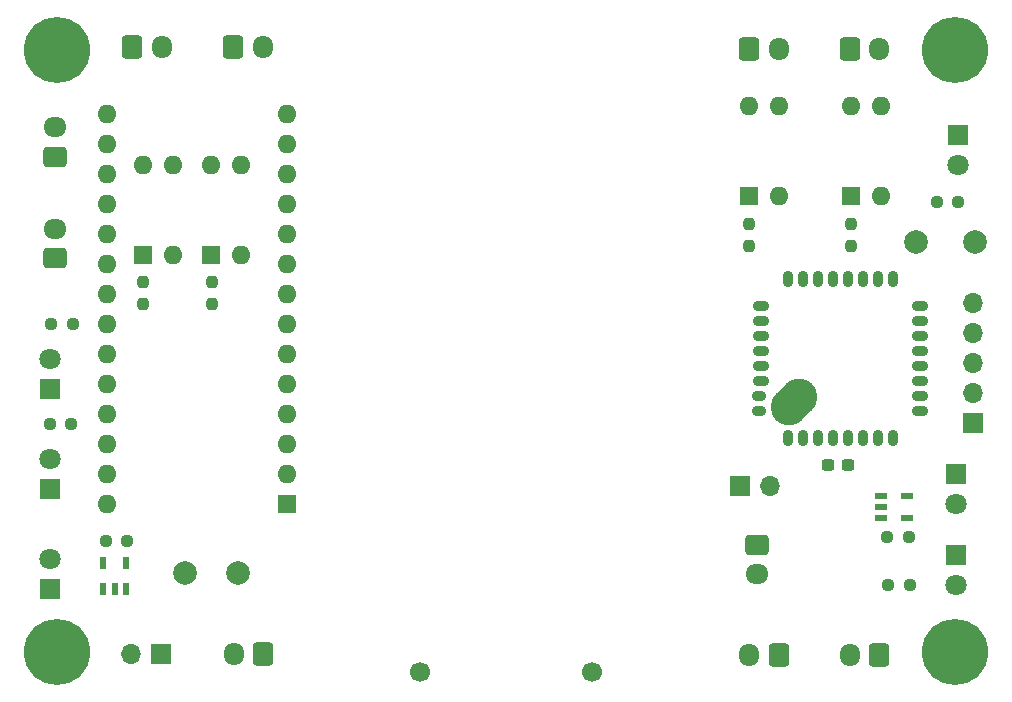
<source format=gbr>
%TF.GenerationSoftware,KiCad,Pcbnew,8.0.9-8.0.9-0~ubuntu22.04.1*%
%TF.CreationDate,2025-11-06T16:29:17+09:00*%
%TF.ProjectId,TweliteEmergencyStop,5477656c-6974-4654-956d-657267656e63,rev?*%
%TF.SameCoordinates,Original*%
%TF.FileFunction,Soldermask,Top*%
%TF.FilePolarity,Negative*%
%FSLAX46Y46*%
G04 Gerber Fmt 4.6, Leading zero omitted, Abs format (unit mm)*
G04 Created by KiCad (PCBNEW 8.0.9-8.0.9-0~ubuntu22.04.1) date 2025-11-06 16:29:17*
%MOMM*%
%LPD*%
G01*
G04 APERTURE LIST*
G04 Aperture macros list*
%AMRoundRect*
0 Rectangle with rounded corners*
0 $1 Rounding radius*
0 $2 $3 $4 $5 $6 $7 $8 $9 X,Y pos of 4 corners*
0 Add a 4 corners polygon primitive as box body*
4,1,4,$2,$3,$4,$5,$6,$7,$8,$9,$2,$3,0*
0 Add four circle primitives for the rounded corners*
1,1,$1+$1,$2,$3*
1,1,$1+$1,$4,$5*
1,1,$1+$1,$6,$7*
1,1,$1+$1,$8,$9*
0 Add four rect primitives between the rounded corners*
20,1,$1+$1,$2,$3,$4,$5,0*
20,1,$1+$1,$4,$5,$6,$7,0*
20,1,$1+$1,$6,$7,$8,$9,0*
20,1,$1+$1,$8,$9,$2,$3,0*%
%AMHorizOval*
0 Thick line with rounded ends*
0 $1 width*
0 $2 $3 position (X,Y) of the first rounded end (center of the circle)*
0 $4 $5 position (X,Y) of the second rounded end (center of the circle)*
0 Add line between two ends*
20,1,$1,$2,$3,$4,$5,0*
0 Add two circle primitives to create the rounded ends*
1,1,$1,$2,$3*
1,1,$1,$4,$5*%
G04 Aperture macros list end*
%ADD10RoundRect,0.250000X-0.600000X-0.725000X0.600000X-0.725000X0.600000X0.725000X-0.600000X0.725000X0*%
%ADD11O,1.700000X1.950000*%
%ADD12R,1.700000X1.700000*%
%ADD13O,1.700000X1.700000*%
%ADD14R,1.000000X0.600000*%
%ADD15RoundRect,0.250000X0.725000X-0.600000X0.725000X0.600000X-0.725000X0.600000X-0.725000X-0.600000X0*%
%ADD16O,1.950000X1.700000*%
%ADD17RoundRect,0.237500X-0.250000X-0.237500X0.250000X-0.237500X0.250000X0.237500X-0.250000X0.237500X0*%
%ADD18C,2.000000*%
%ADD19R,1.600000X1.600000*%
%ADD20O,1.600000X1.600000*%
%ADD21RoundRect,0.250000X0.600000X0.725000X-0.600000X0.725000X-0.600000X-0.725000X0.600000X-0.725000X0*%
%ADD22R,0.600000X1.000000*%
%ADD23RoundRect,0.237500X-0.237500X0.250000X-0.237500X-0.250000X0.237500X-0.250000X0.237500X0.250000X0*%
%ADD24C,1.700000*%
%ADD25C,5.600000*%
%ADD26R,1.800000X1.800000*%
%ADD27C,1.800000*%
%ADD28RoundRect,0.237500X0.250000X0.237500X-0.250000X0.237500X-0.250000X-0.237500X0.250000X-0.237500X0*%
%ADD29RoundRect,0.250000X-0.725000X0.600000X-0.725000X-0.600000X0.725000X-0.600000X0.725000X0.600000X0*%
%ADD30RoundRect,0.237500X0.300000X0.237500X-0.300000X0.237500X-0.300000X-0.237500X0.300000X-0.237500X0*%
%ADD31HorizOval,3.100000X0.424264X0.424264X-0.424264X-0.424264X0*%
%ADD32O,0.900000X1.400000*%
%ADD33O,1.400000X0.900000*%
%ADD34O,1.200000X0.900000*%
G04 APERTURE END LIST*
D10*
%TO.C,OUT1*%
X170544000Y-41456000D03*
D11*
X173044000Y-41456000D03*
%TD*%
D12*
%TO.C,J2*%
X164448000Y-92774000D03*
D13*
X161908000Y-92774000D03*
%TD*%
D14*
%TO.C,U8*%
X225408000Y-79434000D03*
X225408000Y-80383708D03*
X225408000Y-81333670D03*
X227608152Y-81333924D03*
X227608152Y-79433746D03*
%TD*%
D15*
%TO.C,Em2*%
X155420000Y-59293000D03*
D16*
X155420000Y-56793000D03*
%TD*%
D17*
%TO.C,R2*%
X155095000Y-64834000D03*
X156920000Y-64834000D03*
%TD*%
D18*
%TO.C,Vcc*%
X166480000Y-85916000D03*
%TD*%
D19*
%TO.C,U6*%
X222823000Y-54029000D03*
D20*
X225363000Y-54029000D03*
X225363000Y-46409000D03*
X222823000Y-46409000D03*
%TD*%
D21*
%TO.C,J13*%
X173084000Y-92774000D03*
D11*
X170584000Y-92774000D03*
%TD*%
D10*
%TO.C,OUT1*%
X214232000Y-41593000D03*
D11*
X216732000Y-41593000D03*
%TD*%
D22*
%TO.C,U7*%
X159533691Y-87301066D03*
X160483399Y-87301066D03*
X161433361Y-87301066D03*
X161433615Y-85100914D03*
X159533437Y-85100914D03*
%TD*%
D19*
%TO.C,U4*%
X162924000Y-58992000D03*
D20*
X165464000Y-58992000D03*
X165464000Y-51372000D03*
X162924000Y-51372000D03*
%TD*%
D18*
%TO.C,Vcc*%
X228320000Y-57956000D03*
%TD*%
D23*
%TO.C,R4*%
X162920000Y-61343500D03*
X162920000Y-63168500D03*
%TD*%
D24*
%TO.C,J1*%
X200870000Y-94356000D03*
X186370000Y-94356000D03*
%TD*%
D21*
%TO.C,Em2*%
X225241000Y-92901000D03*
D11*
X222741000Y-92901000D03*
%TD*%
D19*
%TO.C,U3*%
X168639000Y-58992000D03*
D20*
X171179000Y-58992000D03*
X171179000Y-51372000D03*
X168639000Y-51372000D03*
%TD*%
D19*
%TO.C,U2*%
X175060000Y-80074000D03*
D20*
X175060000Y-77534000D03*
X175060000Y-74994000D03*
X175060000Y-72454000D03*
X175060000Y-69914000D03*
X175060000Y-67374000D03*
X175060000Y-64834000D03*
X175060000Y-62294000D03*
X175060000Y-59754000D03*
X175060000Y-57214000D03*
X175060000Y-54674000D03*
X175060000Y-52134000D03*
X175060000Y-49594000D03*
X175060000Y-47054000D03*
X159820000Y-47054000D03*
X159820000Y-49594000D03*
X159820000Y-52134000D03*
X159820000Y-54674000D03*
X159820000Y-57214000D03*
X159820000Y-59754000D03*
X159820000Y-62294000D03*
X159820000Y-64834000D03*
X159820000Y-67374000D03*
X159820000Y-69914000D03*
X159820000Y-72454000D03*
X159820000Y-74994000D03*
X159820000Y-77534000D03*
X159820000Y-80074000D03*
%TD*%
D18*
%TO.C,GND*%
X233320000Y-57956000D03*
%TD*%
D25*
%TO.C,REF\u002A\u002A*%
X155620000Y-92656000D03*
%TD*%
D21*
%TO.C,Em1*%
X216721200Y-92901000D03*
D11*
X214221200Y-92901000D03*
%TD*%
D19*
%TO.C,U5*%
X214187000Y-54029000D03*
D20*
X216727000Y-54029000D03*
X216727000Y-46409000D03*
X214187000Y-46409000D03*
%TD*%
D25*
%TO.C,REF\u002A\u002A*%
X231620000Y-92656000D03*
%TD*%
D26*
%TO.C,User*%
X155020000Y-70379666D03*
D27*
X155020000Y-67839666D03*
%TD*%
D15*
%TO.C,Em1*%
X155420000Y-50697000D03*
D16*
X155420000Y-48197000D03*
%TD*%
D18*
%TO.C,GND*%
X170925000Y-85916000D03*
%TD*%
D12*
%TO.C,J5*%
X233155000Y-73216000D03*
D13*
X233155000Y-70676000D03*
X233155000Y-68136000D03*
X233155000Y-65596000D03*
X233155000Y-63056000D03*
%TD*%
D28*
%TO.C,R7*%
X227820000Y-86956000D03*
X225995000Y-86956000D03*
%TD*%
%TO.C,R10*%
X227741000Y-82868000D03*
X225916000Y-82868000D03*
%TD*%
D26*
%TO.C,Power*%
X231758000Y-84392000D03*
D27*
X231758000Y-86932000D03*
%TD*%
D26*
%TO.C,Low Voltage*%
X231758000Y-77529000D03*
D27*
X231758000Y-80069000D03*
%TD*%
D23*
%TO.C,R6*%
X222828000Y-56428500D03*
X222828000Y-58253500D03*
%TD*%
D29*
%TO.C,J14*%
X214867000Y-83543000D03*
D16*
X214867000Y-86043000D03*
%TD*%
D28*
%TO.C,R1*%
X231920000Y-54556000D03*
X230095000Y-54556000D03*
%TD*%
D23*
%TO.C,R5*%
X214192000Y-56428500D03*
X214192000Y-58253500D03*
%TD*%
D25*
%TO.C,REF\u002A\u002A*%
X231620000Y-41656000D03*
%TD*%
D26*
%TO.C,Low Voltage*%
X155020000Y-87296000D03*
D27*
X155020000Y-84756000D03*
%TD*%
D23*
%TO.C,R3*%
X168720000Y-61343500D03*
X168720000Y-63168500D03*
%TD*%
D10*
%TO.C,OUT2*%
X222741000Y-41593000D03*
D11*
X225241000Y-41593000D03*
%TD*%
D17*
%TO.C,R8*%
X154995000Y-73343000D03*
X156820000Y-73343000D03*
%TD*%
D26*
%TO.C,User*%
X231920000Y-48856000D03*
D27*
X231920000Y-51396000D03*
%TD*%
D10*
%TO.C,O2*%
X161994000Y-41456000D03*
D11*
X164494000Y-41456000D03*
%TD*%
D12*
%TO.C,J6*%
X213465000Y-78550000D03*
D13*
X216005000Y-78550000D03*
%TD*%
D30*
%TO.C,C4*%
X222614000Y-76772000D03*
X220889000Y-76772000D03*
%TD*%
D26*
%TO.C,Power*%
X155020000Y-78846333D03*
D27*
X155020000Y-76306333D03*
%TD*%
D17*
%TO.C,R9*%
X159720000Y-83256000D03*
X161545000Y-83256000D03*
%TD*%
D25*
%TO.C,REF\u002A\u002A*%
X155620000Y-41656000D03*
%TD*%
D31*
%TO.C,U1*%
X218016500Y-71455000D03*
D32*
X217471500Y-74490000D03*
X218741500Y-74490000D03*
X220011500Y-74490000D03*
X221281500Y-74490000D03*
X222551500Y-74490000D03*
X223821500Y-74490000D03*
X225091500Y-74490000D03*
X226361500Y-74490000D03*
D33*
X228651500Y-72200000D03*
X228651500Y-70930000D03*
X228651500Y-69660000D03*
X228651500Y-68390000D03*
X228651500Y-67120000D03*
X228651500Y-65850000D03*
X228651500Y-64580000D03*
X228651500Y-63310000D03*
D32*
X226361500Y-61020000D03*
X225091500Y-61020000D03*
X223821500Y-61020000D03*
X222551500Y-61020000D03*
X221281500Y-61020000D03*
X220011500Y-61020000D03*
X218741500Y-61020000D03*
X217471500Y-61020000D03*
D33*
X215181500Y-63310000D03*
X215181500Y-64580000D03*
X215181500Y-65850000D03*
X215181500Y-67120000D03*
X215181500Y-68390000D03*
X215181500Y-69660000D03*
D34*
X215081500Y-70930000D03*
X215081500Y-72200000D03*
%TD*%
M02*

</source>
